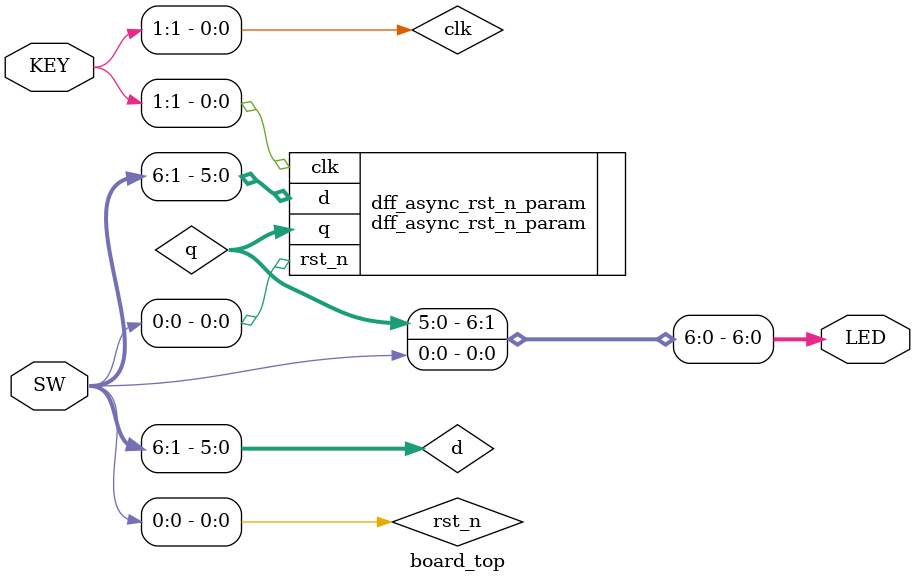
<source format=v>
module board_top
(
    input  [ 1:0] KEY,
    input  [ 9:0] SW,
    output [ 9:0] LED
);
    wire clk   = KEY[1];
    wire rst_n = SW [0];

    localparam WIDTH = 6;
    localparam ZEROD = { WIDTH {1'b0} };

    wire [WIDTH-1:0] d = SW [1 +: WIDTH];
    wire [WIDTH-1:0] q;

    dff_async_rst_n_param 
    #(
        .WIDTH ( WIDTH ), 
        .RESET ( ZEROD )
    ) 
    dff_async_rst_n_param
    (
        .clk   ( clk   ),
        .rst_n ( rst_n ),
        .d     ( d     ),
        .q     ( q     )
    );

    assign LED[      0] = rst_n;
    assign LED[WIDTH:1] = q;

endmodule

</source>
